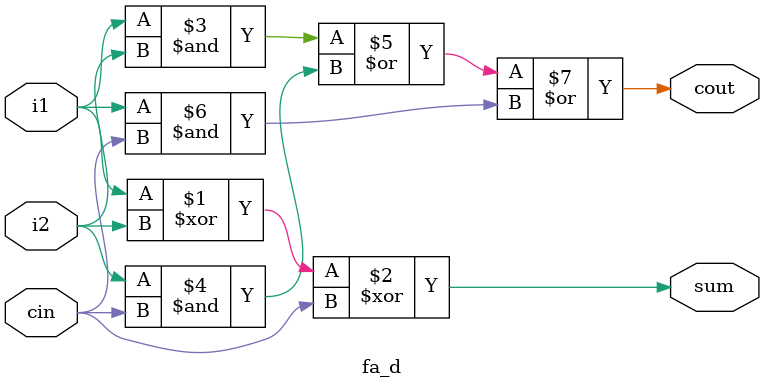
<source format=v>
module fa_d(sum, cout, i1, i2, cin);
	
	input i1, i2, cin;
	output sum, cout;

	assign sum = i1 ^ i2 ^ cin;
	assign cout = (i1 & i2) | (i2 & cin) | (i1 & cin);

endmodule
</source>
